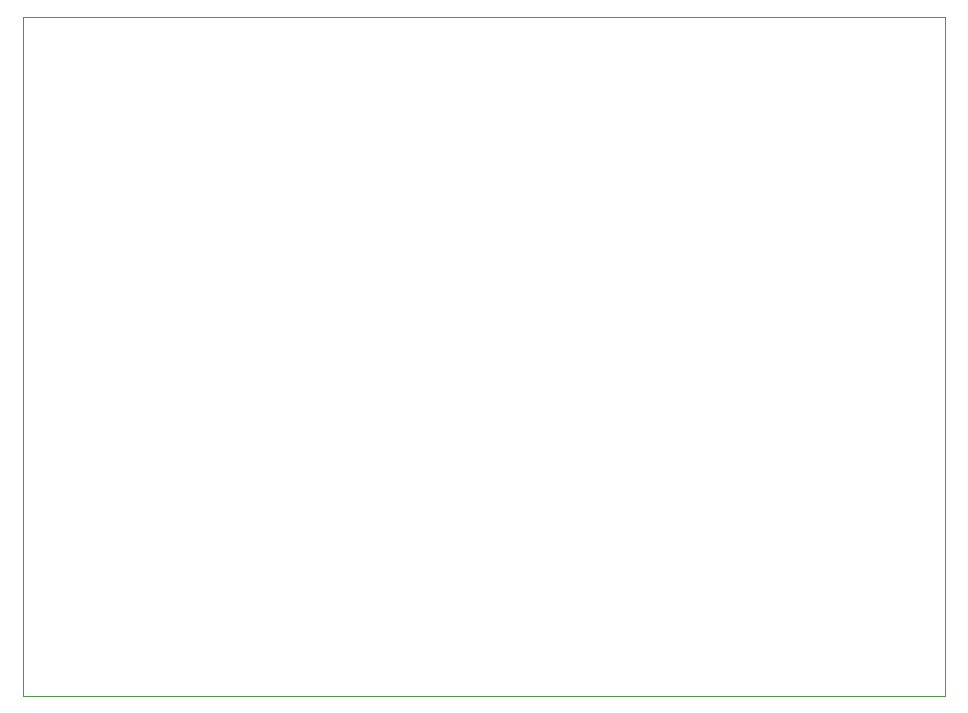
<source format=gm1>
G04 #@! TF.GenerationSoftware,KiCad,Pcbnew,(5.1.9)-1*
G04 #@! TF.CreationDate,2021-05-17T23:34:26+10:00*
G04 #@! TF.ProjectId,publisher,7075626c-6973-4686-9572-2e6b69636164,rev?*
G04 #@! TF.SameCoordinates,Original*
G04 #@! TF.FileFunction,Profile,NP*
%FSLAX46Y46*%
G04 Gerber Fmt 4.6, Leading zero omitted, Abs format (unit mm)*
G04 Created by KiCad (PCBNEW (5.1.9)-1) date 2021-05-17 23:34:26*
%MOMM*%
%LPD*%
G01*
G04 APERTURE LIST*
G04 #@! TA.AperFunction,Profile*
%ADD10C,0.050000*%
G04 #@! TD*
G04 APERTURE END LIST*
D10*
X194945000Y-111810800D02*
X116945000Y-111810800D01*
X194945000Y-54356000D02*
X116945000Y-54356000D01*
X194945000Y-54356000D02*
X194945000Y-111810800D01*
X116945000Y-54356000D02*
X116945000Y-111810800D01*
M02*

</source>
